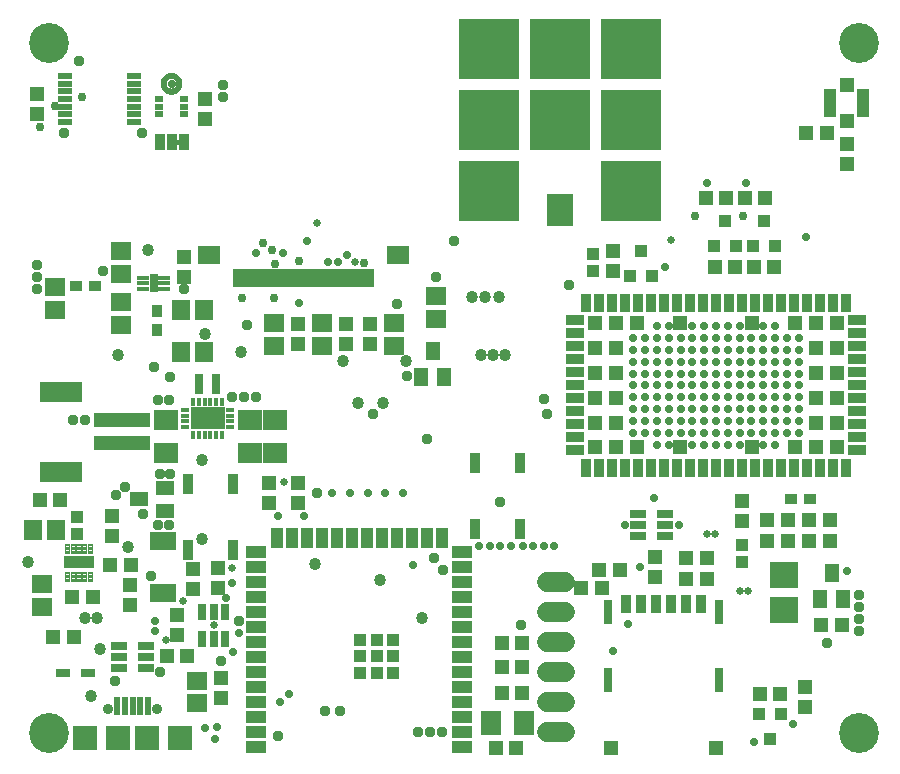
<source format=gts>
G75*
%MOIN*%
%OFA0B0*%
%FSLAX25Y25*%
%IPPOS*%
%LPD*%
%AMOC8*
5,1,8,0,0,1.08239X$1,22.5*
%
%ADD10C,0.13300*%
%ADD11R,0.06706X0.05918*%
%ADD12R,0.05918X0.06706*%
%ADD13R,0.04737X0.05131*%
%ADD14R,0.03950X0.03950*%
%ADD15R,0.18910X0.04737*%
%ADD16R,0.14186X0.07099*%
%ADD17R,0.03950X0.01800*%
%ADD18R,0.02769X0.06000*%
%ADD19C,0.01969*%
%ADD20R,0.03162X0.02375*%
%ADD21C,0.02769*%
%ADD22R,0.07099X0.07887*%
%ADD23R,0.05131X0.04737*%
%ADD24R,0.03300X0.05800*%
%ADD25C,0.00500*%
%ADD26R,0.04700X0.02000*%
%ADD27C,0.06800*%
%ADD28R,0.04737X0.06312*%
%ADD29R,0.01981X0.06312*%
%ADD30R,0.07296X0.05918*%
%ADD31R,0.03359X0.05918*%
%ADD32R,0.02690X0.07887*%
%ADD33R,0.04855X0.04737*%
%ADD34R,0.04146X0.09461*%
%ADD35R,0.04737X0.04934*%
%ADD36R,0.05524X0.03162*%
%ADD37R,0.03950X0.04343*%
%ADD38R,0.04146X0.03556*%
%ADD39R,0.09461X0.08674*%
%ADD40R,0.03800X0.06800*%
%ADD41R,0.03556X0.04146*%
%ADD42R,0.03543X0.06299*%
%ADD43R,0.04724X0.04724*%
%ADD44R,0.06299X0.03543*%
%ADD45C,0.02867*%
%ADD46R,0.20485X0.20485*%
%ADD47R,0.08674X0.10643*%
%ADD48R,0.07887X0.07099*%
%ADD49R,0.11233X0.07296*%
%ADD50R,0.01784X0.03162*%
%ADD51R,0.03162X0.01784*%
%ADD52C,0.02276*%
%ADD53C,0.00446*%
%ADD54R,0.10249X0.04107*%
%ADD55C,0.02000*%
%ADD56R,0.03162X0.05524*%
%ADD57R,0.04343X0.04343*%
%ADD58R,0.06706X0.04343*%
%ADD59R,0.04343X0.06706*%
%ADD60R,0.08280X0.08280*%
%ADD61R,0.02375X0.06115*%
%ADD62C,0.03556*%
%ADD63R,0.04737X0.03162*%
%ADD64R,0.06312X0.04737*%
%ADD65R,0.09068X0.06312*%
%ADD66R,0.02965X0.07099*%
%ADD67C,0.04048*%
%ADD68C,0.02572*%
%ADD69C,0.03753*%
%ADD70C,0.02965*%
D10*
X0012050Y0012374D03*
X0012050Y0242374D03*
X0282050Y0242374D03*
X0282050Y0012374D03*
D11*
X0127050Y0141634D03*
X0127050Y0149114D03*
X0141050Y0150634D03*
X0141050Y0158114D03*
X0103050Y0149114D03*
X0103050Y0141634D03*
X0087050Y0141634D03*
X0087050Y0149114D03*
X0036050Y0148634D03*
X0036050Y0156114D03*
X0036050Y0165634D03*
X0036050Y0173114D03*
X0014050Y0161114D03*
X0014050Y0153634D03*
X0009719Y0062063D03*
X0009719Y0054583D03*
X0061550Y0029933D03*
X0061550Y0022453D03*
D12*
X0014418Y0080299D03*
X0006938Y0080299D03*
X0056310Y0139374D03*
X0063790Y0139374D03*
X0063790Y0153374D03*
X0056310Y0153374D03*
D13*
X0095050Y0148720D03*
X0095050Y0142028D03*
X0015790Y0090175D03*
X0009097Y0090175D03*
X0032704Y0068374D03*
X0039396Y0068374D03*
X0026727Y0057925D03*
X0020034Y0057925D03*
X0020396Y0044374D03*
X0013704Y0044374D03*
X0051459Y0038201D03*
X0058152Y0038201D03*
X0069550Y0030720D03*
X0069550Y0024028D03*
X0163204Y0025874D03*
X0169896Y0025874D03*
X0169896Y0034374D03*
X0163204Y0034374D03*
X0163204Y0042374D03*
X0169896Y0042374D03*
X0214050Y0064528D03*
X0214050Y0071220D03*
X0249204Y0025374D03*
X0255896Y0025374D03*
X0269704Y0048374D03*
X0276396Y0048374D03*
X0253896Y0167874D03*
X0247204Y0167874D03*
X0240896Y0167874D03*
X0234204Y0167874D03*
X0231204Y0190874D03*
X0237896Y0190874D03*
X0244204Y0190874D03*
X0250896Y0190874D03*
X0278050Y0202028D03*
X0278050Y0208720D03*
X0064050Y0217028D03*
X0064050Y0223720D03*
D14*
X0193550Y0172327D03*
X0193550Y0166421D03*
X0243050Y0075327D03*
X0243050Y0069421D03*
X0021694Y0078722D03*
X0021694Y0084628D03*
D15*
X0036633Y0109035D03*
X0036633Y0116909D03*
D16*
X0016160Y0126358D03*
X0016160Y0099587D03*
D17*
X0043704Y0160406D03*
X0043704Y0162374D03*
X0043704Y0164343D03*
X0050396Y0164343D03*
X0050396Y0162374D03*
X0050396Y0160406D03*
D18*
X0047050Y0162374D03*
D19*
X0050412Y0228917D02*
X0050414Y0229019D01*
X0050420Y0229121D01*
X0050430Y0229223D01*
X0050444Y0229325D01*
X0050461Y0229425D01*
X0050483Y0229525D01*
X0050509Y0229624D01*
X0050538Y0229722D01*
X0050571Y0229819D01*
X0050608Y0229915D01*
X0050648Y0230009D01*
X0050693Y0230101D01*
X0050740Y0230191D01*
X0050791Y0230280D01*
X0050846Y0230367D01*
X0050904Y0230451D01*
X0050965Y0230533D01*
X0051029Y0230613D01*
X0051096Y0230690D01*
X0051167Y0230764D01*
X0051240Y0230836D01*
X0051315Y0230905D01*
X0051394Y0230970D01*
X0051475Y0231033D01*
X0051558Y0231092D01*
X0051643Y0231149D01*
X0051731Y0231202D01*
X0051821Y0231251D01*
X0051912Y0231297D01*
X0052005Y0231339D01*
X0052100Y0231378D01*
X0052196Y0231413D01*
X0052293Y0231444D01*
X0052392Y0231472D01*
X0052492Y0231495D01*
X0052592Y0231515D01*
X0052693Y0231531D01*
X0052795Y0231543D01*
X0052897Y0231551D01*
X0052999Y0231555D01*
X0053101Y0231555D01*
X0053203Y0231551D01*
X0053305Y0231543D01*
X0053407Y0231531D01*
X0053508Y0231515D01*
X0053608Y0231495D01*
X0053708Y0231472D01*
X0053807Y0231444D01*
X0053904Y0231413D01*
X0054000Y0231378D01*
X0054095Y0231339D01*
X0054188Y0231297D01*
X0054279Y0231251D01*
X0054369Y0231202D01*
X0054457Y0231149D01*
X0054542Y0231092D01*
X0054625Y0231033D01*
X0054706Y0230970D01*
X0054785Y0230905D01*
X0054860Y0230836D01*
X0054933Y0230764D01*
X0055004Y0230690D01*
X0055071Y0230613D01*
X0055135Y0230533D01*
X0055196Y0230451D01*
X0055254Y0230367D01*
X0055309Y0230280D01*
X0055360Y0230191D01*
X0055407Y0230101D01*
X0055452Y0230009D01*
X0055492Y0229915D01*
X0055529Y0229819D01*
X0055562Y0229722D01*
X0055591Y0229624D01*
X0055617Y0229525D01*
X0055639Y0229425D01*
X0055656Y0229325D01*
X0055670Y0229223D01*
X0055680Y0229121D01*
X0055686Y0229019D01*
X0055688Y0228917D01*
X0055686Y0228815D01*
X0055680Y0228713D01*
X0055670Y0228611D01*
X0055656Y0228509D01*
X0055639Y0228409D01*
X0055617Y0228309D01*
X0055591Y0228210D01*
X0055562Y0228112D01*
X0055529Y0228015D01*
X0055492Y0227919D01*
X0055452Y0227825D01*
X0055407Y0227733D01*
X0055360Y0227643D01*
X0055309Y0227554D01*
X0055254Y0227467D01*
X0055196Y0227383D01*
X0055135Y0227301D01*
X0055071Y0227221D01*
X0055004Y0227144D01*
X0054933Y0227070D01*
X0054860Y0226998D01*
X0054785Y0226929D01*
X0054706Y0226864D01*
X0054625Y0226801D01*
X0054542Y0226742D01*
X0054457Y0226685D01*
X0054369Y0226632D01*
X0054279Y0226583D01*
X0054188Y0226537D01*
X0054095Y0226495D01*
X0054000Y0226456D01*
X0053904Y0226421D01*
X0053807Y0226390D01*
X0053708Y0226362D01*
X0053608Y0226339D01*
X0053508Y0226319D01*
X0053407Y0226303D01*
X0053305Y0226291D01*
X0053203Y0226283D01*
X0053101Y0226279D01*
X0052999Y0226279D01*
X0052897Y0226283D01*
X0052795Y0226291D01*
X0052693Y0226303D01*
X0052592Y0226319D01*
X0052492Y0226339D01*
X0052392Y0226362D01*
X0052293Y0226390D01*
X0052196Y0226421D01*
X0052100Y0226456D01*
X0052005Y0226495D01*
X0051912Y0226537D01*
X0051821Y0226583D01*
X0051731Y0226632D01*
X0051643Y0226685D01*
X0051558Y0226742D01*
X0051475Y0226801D01*
X0051394Y0226864D01*
X0051315Y0226929D01*
X0051240Y0226998D01*
X0051167Y0227070D01*
X0051096Y0227144D01*
X0051029Y0227221D01*
X0050965Y0227301D01*
X0050904Y0227383D01*
X0050846Y0227467D01*
X0050791Y0227554D01*
X0050740Y0227643D01*
X0050693Y0227733D01*
X0050648Y0227825D01*
X0050608Y0227919D01*
X0050571Y0228015D01*
X0050538Y0228112D01*
X0050509Y0228210D01*
X0050483Y0228309D01*
X0050461Y0228409D01*
X0050444Y0228509D01*
X0050430Y0228611D01*
X0050420Y0228713D01*
X0050414Y0228815D01*
X0050412Y0228917D01*
D20*
X0048818Y0223898D03*
X0048818Y0221339D03*
X0048818Y0218780D03*
X0057282Y0218780D03*
X0057282Y0221339D03*
X0057282Y0223898D03*
D21*
X0053050Y0228917D03*
D22*
X0159538Y0015874D03*
X0170562Y0015874D03*
D23*
X0167896Y0007374D03*
X0161204Y0007374D03*
X0189704Y0060874D03*
X0196396Y0060874D03*
X0195704Y0066874D03*
X0202396Y0066874D03*
X0224704Y0063874D03*
X0231396Y0063874D03*
X0231396Y0070874D03*
X0224704Y0070874D03*
X0243050Y0083028D03*
X0243050Y0089720D03*
X0251704Y0083374D03*
X0258396Y0083374D03*
X0258396Y0076374D03*
X0251704Y0076374D03*
X0265704Y0076374D03*
X0272396Y0076374D03*
X0272396Y0083374D03*
X0265704Y0083374D03*
X0264050Y0027720D03*
X0264050Y0021028D03*
X0119050Y0142028D03*
X0119050Y0148720D03*
X0111050Y0148720D03*
X0111050Y0142028D03*
X0095357Y0095878D03*
X0095357Y0089185D03*
X0085515Y0089185D03*
X0085515Y0095878D03*
X0068585Y0067531D03*
X0068585Y0060839D03*
X0060318Y0060445D03*
X0060318Y0067138D03*
X0054806Y0051783D03*
X0054806Y0045091D03*
X0039050Y0055028D03*
X0039050Y0061720D03*
X0033050Y0078028D03*
X0033050Y0084720D03*
X0057050Y0164528D03*
X0057050Y0171220D03*
X0008050Y0218728D03*
X0008050Y0225420D03*
X0200050Y0173220D03*
X0200050Y0166528D03*
X0264704Y0212374D03*
X0271396Y0212374D03*
D24*
X0057050Y0209374D03*
X0053050Y0209374D03*
X0049050Y0209374D03*
D25*
X0054300Y0209256D02*
X0055800Y0209256D01*
X0055800Y0208874D02*
X0055800Y0209874D01*
X0054300Y0209874D01*
X0054300Y0208874D01*
X0055800Y0208874D01*
X0055800Y0209755D02*
X0054300Y0209755D01*
D26*
X0040537Y0216197D03*
X0040537Y0218756D03*
X0040537Y0221315D03*
X0040537Y0223874D03*
X0040537Y0226433D03*
X0040537Y0228992D03*
X0040537Y0231551D03*
X0017563Y0231551D03*
X0017563Y0228992D03*
X0017563Y0226433D03*
X0017563Y0223874D03*
X0017563Y0221315D03*
X0017563Y0218756D03*
X0017563Y0216197D03*
D27*
X0178050Y0062874D02*
X0184050Y0062874D01*
X0184050Y0052874D02*
X0178050Y0052874D01*
X0178050Y0042874D02*
X0184050Y0042874D01*
X0184050Y0032874D02*
X0178050Y0032874D01*
X0178050Y0022874D02*
X0184050Y0022874D01*
X0184050Y0012874D02*
X0178050Y0012874D01*
D28*
X0269310Y0057043D03*
X0276790Y0057043D03*
X0273050Y0065705D03*
X0143790Y0131043D03*
X0136310Y0131043D03*
X0140050Y0139705D03*
D29*
X0119688Y0164319D03*
X0117719Y0164319D03*
X0115751Y0164319D03*
X0113782Y0164319D03*
X0111814Y0164319D03*
X0109845Y0164319D03*
X0107877Y0164319D03*
X0105908Y0164319D03*
X0103940Y0164319D03*
X0101971Y0164319D03*
X0100003Y0164319D03*
X0098034Y0164319D03*
X0096066Y0164319D03*
X0094097Y0164319D03*
X0092129Y0164319D03*
X0090160Y0164319D03*
X0088192Y0164319D03*
X0086223Y0164319D03*
X0084255Y0164319D03*
X0082286Y0164319D03*
X0080318Y0164319D03*
X0078349Y0164319D03*
X0076381Y0164319D03*
X0074412Y0164319D03*
D30*
X0065456Y0171799D03*
X0128644Y0171799D03*
D31*
X0204550Y0055480D03*
X0209550Y0055480D03*
X0214550Y0055480D03*
X0219550Y0055480D03*
X0224550Y0055480D03*
X0229550Y0055480D03*
D32*
X0235396Y0052843D03*
X0235396Y0030205D03*
X0198585Y0030205D03*
X0198585Y0052843D03*
D33*
X0199471Y0007685D03*
X0234629Y0007685D03*
D34*
X0272637Y0222374D03*
X0283463Y0222374D03*
D35*
X0278050Y0228378D03*
X0278050Y0216370D03*
D36*
X0217578Y0085614D03*
X0217578Y0081874D03*
X0217578Y0078134D03*
X0208522Y0078134D03*
X0208522Y0081874D03*
X0208522Y0085614D03*
X0044578Y0041614D03*
X0044578Y0037874D03*
X0044578Y0034134D03*
X0035522Y0034134D03*
X0035522Y0037874D03*
X0035522Y0041614D03*
D37*
X0205810Y0164937D03*
X0213290Y0164937D03*
X0209550Y0173205D03*
X0233810Y0174937D03*
X0241290Y0174937D03*
X0246810Y0174937D03*
X0254290Y0174937D03*
X0250550Y0183205D03*
X0237550Y0183205D03*
X0248810Y0018811D03*
X0256290Y0018811D03*
X0252550Y0010543D03*
D38*
X0259507Y0090374D03*
X0265806Y0090374D03*
X0027593Y0161374D03*
X0021294Y0161374D03*
D39*
X0257050Y0065280D03*
X0257050Y0053469D03*
D40*
X0169050Y0080374D03*
X0154050Y0080374D03*
X0154050Y0102374D03*
X0169050Y0102374D03*
X0073550Y0095374D03*
X0058550Y0095374D03*
X0058550Y0073374D03*
X0073550Y0073374D03*
D41*
X0048050Y0146831D03*
X0048050Y0153130D03*
D42*
X0191243Y0155736D03*
X0195574Y0155736D03*
X0199904Y0155736D03*
X0204235Y0155736D03*
X0208566Y0155736D03*
X0212896Y0155736D03*
X0217227Y0155736D03*
X0221558Y0155736D03*
X0225889Y0155736D03*
X0230219Y0155736D03*
X0234550Y0155736D03*
X0238881Y0155736D03*
X0243211Y0155736D03*
X0247542Y0155736D03*
X0251873Y0155736D03*
X0256204Y0155736D03*
X0260534Y0155736D03*
X0264865Y0155736D03*
X0269196Y0155736D03*
X0273526Y0155736D03*
X0277857Y0155736D03*
X0277857Y0101012D03*
X0273526Y0101012D03*
X0269196Y0101012D03*
X0264865Y0101012D03*
X0260534Y0101012D03*
X0256204Y0101012D03*
X0251873Y0101012D03*
X0247542Y0101012D03*
X0243211Y0101012D03*
X0238881Y0101012D03*
X0234550Y0101012D03*
X0230219Y0101012D03*
X0225889Y0101012D03*
X0221558Y0101012D03*
X0217227Y0101012D03*
X0212896Y0101012D03*
X0208566Y0101012D03*
X0204235Y0101012D03*
X0199904Y0101012D03*
X0195574Y0101012D03*
X0191243Y0101012D03*
D43*
X0194196Y0107705D03*
X0201282Y0107705D03*
X0208369Y0107705D03*
X0201282Y0115972D03*
X0194196Y0115972D03*
X0194196Y0124240D03*
X0201282Y0124240D03*
X0201282Y0132508D03*
X0194196Y0132508D03*
X0194196Y0140776D03*
X0201282Y0140776D03*
X0201282Y0149043D03*
X0208369Y0149043D03*
X0222542Y0149043D03*
X0246558Y0149043D03*
X0260731Y0149043D03*
X0267818Y0149043D03*
X0274904Y0149043D03*
X0274904Y0140776D03*
X0267818Y0140776D03*
X0267818Y0132508D03*
X0274904Y0132508D03*
X0274904Y0124240D03*
X0267818Y0124240D03*
X0267818Y0115972D03*
X0274904Y0115972D03*
X0274904Y0107705D03*
X0267818Y0107705D03*
X0260731Y0107705D03*
X0246558Y0107705D03*
X0222542Y0107705D03*
X0194196Y0149043D03*
D44*
X0187503Y0150028D03*
X0187503Y0145697D03*
X0187503Y0141366D03*
X0187503Y0137035D03*
X0187503Y0132705D03*
X0187503Y0128374D03*
X0187503Y0124043D03*
X0187503Y0119713D03*
X0187503Y0115382D03*
X0187503Y0111051D03*
X0187503Y0106720D03*
X0281597Y0106720D03*
X0281597Y0111051D03*
X0281597Y0115382D03*
X0281597Y0119713D03*
X0281597Y0124043D03*
X0281597Y0128374D03*
X0281597Y0132705D03*
X0281597Y0137035D03*
X0281597Y0141366D03*
X0281597Y0145697D03*
X0281597Y0150028D03*
D45*
X0262109Y0144122D03*
X0262109Y0140185D03*
X0258172Y0140185D03*
X0254235Y0140185D03*
X0254235Y0144122D03*
X0258172Y0144122D03*
X0254235Y0148059D03*
X0250298Y0148059D03*
X0250298Y0144122D03*
X0250298Y0140185D03*
X0246361Y0140185D03*
X0242424Y0140185D03*
X0242424Y0144122D03*
X0246361Y0144122D03*
X0242424Y0148059D03*
X0238487Y0148059D03*
X0234550Y0148059D03*
X0230613Y0148059D03*
X0230613Y0144122D03*
X0230613Y0140185D03*
X0234550Y0140185D03*
X0238487Y0140185D03*
X0238487Y0144122D03*
X0234550Y0144122D03*
X0234550Y0136248D03*
X0230613Y0136248D03*
X0230613Y0132311D03*
X0230613Y0128374D03*
X0234550Y0128374D03*
X0238487Y0128374D03*
X0238487Y0132311D03*
X0234550Y0132311D03*
X0238487Y0136248D03*
X0242424Y0136248D03*
X0246361Y0136248D03*
X0250298Y0136248D03*
X0250298Y0132311D03*
X0246361Y0132311D03*
X0246361Y0128374D03*
X0242424Y0128374D03*
X0242424Y0132311D03*
X0250298Y0128374D03*
X0250298Y0124437D03*
X0246361Y0124437D03*
X0242424Y0124437D03*
X0242424Y0120500D03*
X0246361Y0120500D03*
X0250298Y0120500D03*
X0250298Y0116563D03*
X0246361Y0116563D03*
X0242424Y0116563D03*
X0242424Y0112626D03*
X0246361Y0112626D03*
X0250298Y0112626D03*
X0250298Y0108689D03*
X0254235Y0108689D03*
X0254235Y0112626D03*
X0254235Y0116563D03*
X0258172Y0116563D03*
X0258172Y0112626D03*
X0262109Y0112626D03*
X0262109Y0116563D03*
X0262109Y0120500D03*
X0258172Y0120500D03*
X0254235Y0120500D03*
X0254235Y0124437D03*
X0258172Y0124437D03*
X0262109Y0124437D03*
X0262109Y0128374D03*
X0258172Y0128374D03*
X0254235Y0128374D03*
X0254235Y0132311D03*
X0258172Y0132311D03*
X0262109Y0132311D03*
X0262109Y0136248D03*
X0258172Y0136248D03*
X0254235Y0136248D03*
X0238487Y0124437D03*
X0238487Y0120500D03*
X0234550Y0120500D03*
X0234550Y0124437D03*
X0230613Y0124437D03*
X0230613Y0120500D03*
X0230613Y0116563D03*
X0234550Y0116563D03*
X0238487Y0116563D03*
X0238487Y0112626D03*
X0234550Y0112626D03*
X0230613Y0112626D03*
X0230613Y0108689D03*
X0234550Y0108689D03*
X0238487Y0108689D03*
X0242424Y0108689D03*
X0226676Y0108689D03*
X0226676Y0112626D03*
X0226676Y0116563D03*
X0222739Y0116563D03*
X0222739Y0112626D03*
X0218802Y0112626D03*
X0218802Y0116563D03*
X0218802Y0120500D03*
X0222739Y0120500D03*
X0226676Y0120500D03*
X0226676Y0124437D03*
X0222739Y0124437D03*
X0218802Y0124437D03*
X0218802Y0128374D03*
X0222739Y0128374D03*
X0226676Y0128374D03*
X0226676Y0132311D03*
X0222739Y0132311D03*
X0218802Y0132311D03*
X0218802Y0136248D03*
X0222739Y0136248D03*
X0226676Y0136248D03*
X0226676Y0140185D03*
X0222739Y0140185D03*
X0218802Y0140185D03*
X0218802Y0144122D03*
X0222739Y0144122D03*
X0226676Y0144122D03*
X0226676Y0148059D03*
X0218802Y0148059D03*
X0214865Y0148059D03*
X0214865Y0144122D03*
X0214865Y0140185D03*
X0210928Y0140185D03*
X0210928Y0144122D03*
X0206991Y0144122D03*
X0206991Y0140185D03*
X0206991Y0136248D03*
X0210928Y0136248D03*
X0214865Y0136248D03*
X0214865Y0132311D03*
X0214865Y0128374D03*
X0210928Y0128374D03*
X0210928Y0132311D03*
X0206991Y0132311D03*
X0206991Y0128374D03*
X0206991Y0124437D03*
X0210928Y0124437D03*
X0214865Y0124437D03*
X0214865Y0120500D03*
X0210928Y0120500D03*
X0206991Y0120500D03*
X0206991Y0116563D03*
X0210928Y0116563D03*
X0214865Y0116563D03*
X0214865Y0112626D03*
X0210928Y0112626D03*
X0206991Y0112626D03*
X0214865Y0108689D03*
X0218802Y0108689D03*
X0213727Y0090874D03*
X0222050Y0081874D03*
X0204050Y0081874D03*
X0209050Y0067874D03*
X0205050Y0048874D03*
X0200050Y0039874D03*
X0180550Y0074874D03*
X0177050Y0074874D03*
X0173550Y0074874D03*
X0170050Y0074874D03*
X0166050Y0074874D03*
X0162550Y0074874D03*
X0159050Y0074874D03*
X0155550Y0074741D03*
X0133550Y0068374D03*
X0130050Y0092374D03*
X0124050Y0092374D03*
X0118550Y0092374D03*
X0112550Y0092374D03*
X0106550Y0092374D03*
X0097050Y0084874D03*
X0088550Y0084874D03*
X0073310Y0062610D03*
X0071050Y0057374D03*
X0075550Y0045874D03*
X0073550Y0039374D03*
X0089050Y0022874D03*
X0092050Y0025374D03*
X0068050Y0014374D03*
X0067550Y0010374D03*
X0064050Y0014107D03*
X0047550Y0046374D03*
X0047550Y0049874D03*
X0095550Y0155874D03*
X0105050Y0169374D03*
X0108550Y0169374D03*
X0111550Y0171874D03*
X0098050Y0176374D03*
X0090050Y0172374D03*
X0081050Y0172374D03*
X0217550Y0167874D03*
X0231550Y0195874D03*
X0244550Y0195874D03*
X0264550Y0177874D03*
X0278050Y0066374D03*
X0260050Y0015374D03*
X0247050Y0009374D03*
D46*
X0206172Y0193252D03*
X0206172Y0216874D03*
X0182550Y0216874D03*
X0158928Y0216874D03*
X0158928Y0240496D03*
X0182550Y0240496D03*
X0206172Y0240496D03*
X0158928Y0193252D03*
D47*
X0182550Y0186953D03*
D48*
X0087550Y0116886D03*
X0079050Y0116886D03*
X0079050Y0105862D03*
X0087550Y0105862D03*
X0051050Y0105862D03*
X0051050Y0116886D03*
D49*
X0065050Y0117374D03*
D50*
X0064066Y0122886D03*
X0066034Y0122886D03*
X0068003Y0122886D03*
X0069971Y0122886D03*
X0062097Y0122886D03*
X0060129Y0122886D03*
X0060129Y0111862D03*
X0062097Y0111862D03*
X0064066Y0111862D03*
X0066034Y0111862D03*
X0068003Y0111862D03*
X0069971Y0111862D03*
D51*
X0072530Y0114421D03*
X0072530Y0116390D03*
X0072530Y0118358D03*
X0072530Y0120327D03*
X0057570Y0120327D03*
X0057570Y0118358D03*
X0057570Y0116390D03*
X0057570Y0114421D03*
D52*
X0061113Y0115406D03*
X0061113Y0119343D03*
X0065050Y0119343D03*
X0068987Y0119343D03*
X0068987Y0115406D03*
X0065050Y0115406D03*
D53*
X0026656Y0075692D02*
X0026656Y0072426D01*
X0025318Y0072426D01*
X0025318Y0075692D01*
X0026656Y0075692D01*
X0026656Y0072871D02*
X0025318Y0072871D01*
X0025318Y0073316D02*
X0026656Y0073316D01*
X0026656Y0073761D02*
X0025318Y0073761D01*
X0025318Y0074206D02*
X0026656Y0074206D01*
X0026656Y0074651D02*
X0025318Y0074651D01*
X0025318Y0075096D02*
X0026656Y0075096D01*
X0026656Y0075541D02*
X0025318Y0075541D01*
X0024688Y0075692D02*
X0024688Y0072426D01*
X0023350Y0072426D01*
X0023350Y0075692D01*
X0024688Y0075692D01*
X0024688Y0072871D02*
X0023350Y0072871D01*
X0023350Y0073316D02*
X0024688Y0073316D01*
X0024688Y0073761D02*
X0023350Y0073761D01*
X0023350Y0074206D02*
X0024688Y0074206D01*
X0024688Y0074651D02*
X0023350Y0074651D01*
X0023350Y0075096D02*
X0024688Y0075096D01*
X0024688Y0075541D02*
X0023350Y0075541D01*
X0022719Y0075692D02*
X0022719Y0072426D01*
X0021381Y0072426D01*
X0021381Y0075692D01*
X0022719Y0075692D01*
X0022719Y0072871D02*
X0021381Y0072871D01*
X0021381Y0073316D02*
X0022719Y0073316D01*
X0022719Y0073761D02*
X0021381Y0073761D01*
X0021381Y0074206D02*
X0022719Y0074206D01*
X0022719Y0074651D02*
X0021381Y0074651D01*
X0021381Y0075096D02*
X0022719Y0075096D01*
X0022719Y0075541D02*
X0021381Y0075541D01*
X0020750Y0075692D02*
X0020750Y0072426D01*
X0019412Y0072426D01*
X0019412Y0075692D01*
X0020750Y0075692D01*
X0020750Y0072871D02*
X0019412Y0072871D01*
X0019412Y0073316D02*
X0020750Y0073316D01*
X0020750Y0073761D02*
X0019412Y0073761D01*
X0019412Y0074206D02*
X0020750Y0074206D01*
X0020750Y0074651D02*
X0019412Y0074651D01*
X0019412Y0075096D02*
X0020750Y0075096D01*
X0020750Y0075541D02*
X0019412Y0075541D01*
X0018782Y0075692D02*
X0018782Y0072426D01*
X0017444Y0072426D01*
X0017444Y0075692D01*
X0018782Y0075692D01*
X0018782Y0072871D02*
X0017444Y0072871D01*
X0017444Y0073316D02*
X0018782Y0073316D01*
X0018782Y0073761D02*
X0017444Y0073761D01*
X0017444Y0074206D02*
X0018782Y0074206D01*
X0018782Y0074651D02*
X0017444Y0074651D01*
X0017444Y0075096D02*
X0018782Y0075096D01*
X0018782Y0075541D02*
X0017444Y0075541D01*
X0018782Y0066322D02*
X0018782Y0063056D01*
X0017444Y0063056D01*
X0017444Y0066322D01*
X0018782Y0066322D01*
X0018782Y0063501D02*
X0017444Y0063501D01*
X0017444Y0063946D02*
X0018782Y0063946D01*
X0018782Y0064391D02*
X0017444Y0064391D01*
X0017444Y0064836D02*
X0018782Y0064836D01*
X0018782Y0065281D02*
X0017444Y0065281D01*
X0017444Y0065726D02*
X0018782Y0065726D01*
X0018782Y0066171D02*
X0017444Y0066171D01*
X0020750Y0066322D02*
X0020750Y0063056D01*
X0019412Y0063056D01*
X0019412Y0066322D01*
X0020750Y0066322D01*
X0020750Y0063501D02*
X0019412Y0063501D01*
X0019412Y0063946D02*
X0020750Y0063946D01*
X0020750Y0064391D02*
X0019412Y0064391D01*
X0019412Y0064836D02*
X0020750Y0064836D01*
X0020750Y0065281D02*
X0019412Y0065281D01*
X0019412Y0065726D02*
X0020750Y0065726D01*
X0020750Y0066171D02*
X0019412Y0066171D01*
X0022719Y0066322D02*
X0022719Y0063056D01*
X0021381Y0063056D01*
X0021381Y0066322D01*
X0022719Y0066322D01*
X0022719Y0063501D02*
X0021381Y0063501D01*
X0021381Y0063946D02*
X0022719Y0063946D01*
X0022719Y0064391D02*
X0021381Y0064391D01*
X0021381Y0064836D02*
X0022719Y0064836D01*
X0022719Y0065281D02*
X0021381Y0065281D01*
X0021381Y0065726D02*
X0022719Y0065726D01*
X0022719Y0066171D02*
X0021381Y0066171D01*
X0024688Y0066322D02*
X0024688Y0063056D01*
X0023350Y0063056D01*
X0023350Y0066322D01*
X0024688Y0066322D01*
X0024688Y0063501D02*
X0023350Y0063501D01*
X0023350Y0063946D02*
X0024688Y0063946D01*
X0024688Y0064391D02*
X0023350Y0064391D01*
X0023350Y0064836D02*
X0024688Y0064836D01*
X0024688Y0065281D02*
X0023350Y0065281D01*
X0023350Y0065726D02*
X0024688Y0065726D01*
X0024688Y0066171D02*
X0023350Y0066171D01*
X0026656Y0066322D02*
X0026656Y0063056D01*
X0025318Y0063056D01*
X0025318Y0066322D01*
X0026656Y0066322D01*
X0026656Y0063501D02*
X0025318Y0063501D01*
X0025318Y0063946D02*
X0026656Y0063946D01*
X0026656Y0064391D02*
X0025318Y0064391D01*
X0025318Y0064836D02*
X0026656Y0064836D01*
X0026656Y0065281D02*
X0025318Y0065281D01*
X0025318Y0065726D02*
X0026656Y0065726D01*
X0026656Y0066171D02*
X0025318Y0066171D01*
D54*
X0022050Y0069374D03*
D55*
X0022050Y0069374D03*
X0018310Y0069374D03*
X0025790Y0069374D03*
D56*
X0063310Y0052902D03*
X0067050Y0052902D03*
X0070790Y0052902D03*
X0070790Y0043846D03*
X0067050Y0043846D03*
X0063310Y0043846D03*
D57*
X0115944Y0043669D03*
X0121456Y0043669D03*
X0126967Y0043669D03*
X0126967Y0038157D03*
X0126967Y0032646D03*
X0121456Y0032646D03*
X0121456Y0038157D03*
X0115944Y0038157D03*
X0115944Y0032646D03*
D58*
X0149999Y0032764D03*
X0149999Y0037764D03*
X0149999Y0042764D03*
X0149999Y0047764D03*
X0149999Y0052764D03*
X0149999Y0057764D03*
X0149999Y0062764D03*
X0149999Y0067764D03*
X0149999Y0072764D03*
X0149999Y0027764D03*
X0149999Y0022764D03*
X0149999Y0017764D03*
X0149999Y0012764D03*
X0149999Y0007764D03*
X0081101Y0007764D03*
X0081101Y0012764D03*
X0081101Y0017764D03*
X0081101Y0022764D03*
X0081101Y0027764D03*
X0081101Y0032764D03*
X0081101Y0037764D03*
X0081101Y0042764D03*
X0081101Y0047764D03*
X0081101Y0052764D03*
X0081101Y0057764D03*
X0081101Y0062764D03*
X0081101Y0067764D03*
X0081101Y0072764D03*
D59*
X0088050Y0077685D03*
X0093050Y0077685D03*
X0098050Y0077685D03*
X0103050Y0077685D03*
X0108050Y0077685D03*
X0113050Y0077685D03*
X0118050Y0077685D03*
X0123050Y0077685D03*
X0128050Y0077685D03*
X0133050Y0077685D03*
X0138050Y0077685D03*
X0143050Y0077685D03*
D60*
X0055798Y0010874D03*
X0044774Y0010874D03*
X0035326Y0010874D03*
X0024302Y0010874D03*
D61*
X0034932Y0021504D03*
X0037491Y0021504D03*
X0040050Y0021504D03*
X0042609Y0021504D03*
X0045168Y0021504D03*
D62*
X0048219Y0020520D03*
X0031881Y0020520D03*
D63*
X0025381Y0032374D03*
X0016719Y0032374D03*
D64*
X0050881Y0086634D03*
X0050881Y0094114D03*
X0042219Y0090374D03*
D65*
X0050050Y0076535D03*
X0050050Y0059213D03*
D66*
X0062196Y0128874D03*
X0067904Y0128874D03*
D67*
X0076050Y0139374D03*
X0064050Y0145374D03*
X0035050Y0138374D03*
X0045050Y0173374D03*
X0110050Y0136374D03*
X0115050Y0122374D03*
X0123550Y0122374D03*
X0131050Y0136374D03*
X0156050Y0138374D03*
X0160050Y0138374D03*
X0164050Y0138374D03*
X0162050Y0157874D03*
X0157550Y0157874D03*
X0153050Y0157874D03*
X0063050Y0103374D03*
X0063369Y0077217D03*
X0038550Y0074374D03*
X0028050Y0050874D03*
X0024050Y0050874D03*
X0029050Y0040374D03*
X0026050Y0024874D03*
X0005050Y0069374D03*
X0100896Y0068886D03*
X0122550Y0063374D03*
X0136550Y0050874D03*
D68*
X0090562Y0096339D03*
X0073239Y0067598D03*
X0056977Y0056503D03*
X0067259Y0048512D03*
X0051192Y0043583D03*
X0114050Y0169374D03*
X0101550Y0182374D03*
X0219550Y0176874D03*
X0231550Y0078874D03*
X0234050Y0078874D03*
X0242550Y0059874D03*
X0245050Y0059874D03*
D69*
X0271550Y0042374D03*
X0282050Y0046374D03*
X0282050Y0050374D03*
X0282050Y0054374D03*
X0282050Y0058374D03*
X0178050Y0118874D03*
X0177050Y0123874D03*
X0162550Y0089374D03*
X0140550Y0070874D03*
X0143550Y0066874D03*
X0169550Y0048374D03*
X0143050Y0012874D03*
X0139050Y0012874D03*
X0135050Y0012874D03*
X0109050Y0019874D03*
X0104050Y0019874D03*
X0088550Y0011374D03*
X0069550Y0036374D03*
X0075550Y0049874D03*
X0049050Y0032874D03*
X0034050Y0029874D03*
X0046050Y0064874D03*
X0048550Y0081874D03*
X0052050Y0081874D03*
X0043550Y0085374D03*
X0034550Y0091874D03*
X0037550Y0094374D03*
X0049050Y0098874D03*
X0052550Y0098874D03*
X0024050Y0116874D03*
X0020050Y0116874D03*
X0047050Y0134374D03*
X0052550Y0131098D03*
X0052050Y0123374D03*
X0048550Y0123374D03*
X0073050Y0124374D03*
X0077050Y0124374D03*
X0081050Y0124374D03*
X0078050Y0148374D03*
X0057050Y0160374D03*
X0030050Y0166374D03*
X0008050Y0164374D03*
X0008050Y0160374D03*
X0008050Y0168374D03*
X0017050Y0212374D03*
X0022050Y0236374D03*
X0043050Y0212374D03*
X0070050Y0224374D03*
X0070050Y0228374D03*
X0141050Y0164374D03*
X0128050Y0155374D03*
X0131550Y0131374D03*
X0120050Y0118874D03*
X0138050Y0110374D03*
X0101550Y0092374D03*
X0185550Y0161874D03*
X0147050Y0176374D03*
D70*
X0117050Y0169344D03*
X0095550Y0169874D03*
X0087550Y0168768D03*
X0086550Y0173374D03*
X0083550Y0175874D03*
X0087050Y0157374D03*
X0076550Y0157374D03*
X0009050Y0214374D03*
X0014050Y0221374D03*
X0023050Y0224374D03*
X0227550Y0184874D03*
X0243550Y0184874D03*
M02*

</source>
